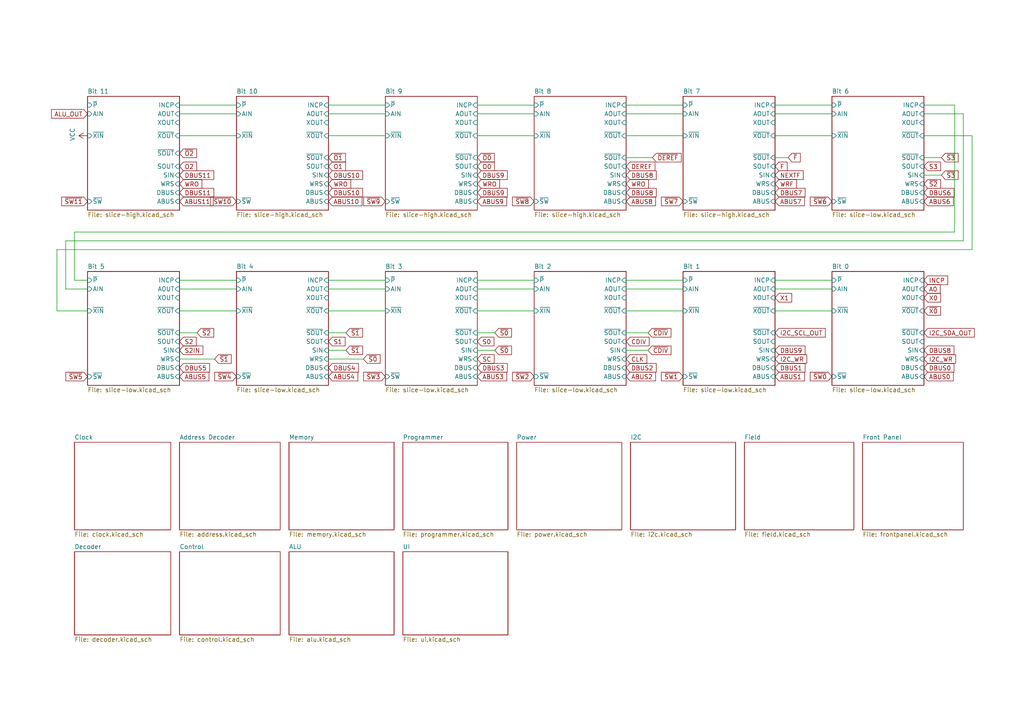
<source format=kicad_sch>
(kicad_sch (version 20211123) (generator eeschema)
  (paper "A4")
  (title_block (title "Q2 Computer") (date "2022-04-16") (rev "4c") (company "joewing.net"))
  (lib_symbols
    (symbol "power:VCC" (power) (pin_names (offset 0))
      (property "Value" "VCC" (at 0 3.81 0))
      (symbol "VCC_0_1"
        (polyline (pts (xy -0.762 1.27) (xy 0 2.54)))
        (polyline (pts (xy 0 0) (xy 0 2.54)))
        (polyline (pts (xy 0 2.54) (xy 0.762 1.27)))
      )
      (symbol "VCC_1_1"
        (pin power_in line (at 0 0 90) (length 0) hide (name "VCC") (number "1"))
      )
    )
  )
  (wire (pts (xy 224.79 81.28) (xy 241.3 81.28)))
  (wire (pts (xy 95.25 81.28) (xy 111.76 81.28)))
  (wire (pts (xy 19.05 69.85) (xy 279.4 69.85)))
  (wire (pts (xy 267.97 33.02) (xy 279.4 33.02)))
  (wire (pts (xy 154.94 90.17) (xy 138.43 90.17)))
  (wire (pts (xy 181.61 81.28) (xy 198.12 81.28)))
  (wire (pts (xy 198.12 83.82) (xy 181.61 83.82)))
  (wire (pts (xy 241.3 90.17) (xy 224.79 90.17)))
  (wire (pts (xy 241.3 39.37) (xy 224.79 39.37)))
  (wire (pts (xy 138.43 33.02) (xy 154.94 33.02)))
  (wire (pts (xy 111.76 90.17) (xy 95.25 90.17)))
  (wire (pts (xy 21.59 67.31) (xy 276.86 67.31)))
  (wire (pts (xy 62.23 104.14) (xy 52.07 104.14)))
  (wire (pts (xy 273.05 50.8) (xy 267.97 50.8)))
  (wire (pts (xy 154.94 83.82) (xy 138.43 83.82)))
  (wire (pts (xy 241.3 83.82) (xy 224.79 83.82)))
  (wire (pts (xy 154.94 39.37) (xy 138.43 39.37)))
  (wire (pts (xy 279.4 33.02) (xy 279.4 69.85)))
  (wire (pts (xy 105.41 104.14) (xy 95.25 104.14)))
  (wire (pts (xy 16.51 72.39) (xy 281.94 72.39)))
  (wire (pts (xy 100.33 101.6) (xy 95.25 101.6)))
  (wire (pts (xy 154.94 30.48) (xy 138.43 30.48)))
  (wire (pts (xy 189.23 45.72) (xy 181.61 45.72)))
  (wire (pts (xy 95.25 30.48) (xy 111.76 30.48)))
  (wire (pts (xy 181.61 30.48) (xy 198.12 30.48)))
  (wire (pts (xy 111.76 83.82) (xy 95.25 83.82)))
  (wire (pts (xy 19.05 83.82) (xy 19.05 69.85)))
  (wire (pts (xy 57.15 96.52) (xy 52.07 96.52)))
  (wire (pts (xy 228.6 45.72) (xy 224.79 45.72)))
  (wire (pts (xy 198.12 39.37) (xy 181.61 39.37)))
  (wire (pts (xy 187.96 96.52) (xy 181.61 96.52)))
  (wire (pts (xy 52.07 83.82) (xy 68.58 83.82)))
  (wire (pts (xy 68.58 33.02) (xy 52.07 33.02)))
  (wire (pts (xy 16.51 72.39) (xy 16.51 90.17)))
  (wire (pts (xy 143.51 101.6) (xy 138.43 101.6)))
  (wire (pts (xy 267.97 30.48) (xy 276.86 30.48)))
  (wire (pts (xy 273.05 45.72) (xy 267.97 45.72)))
  (wire (pts (xy 68.58 81.28) (xy 52.07 81.28)))
  (wire (pts (xy 52.07 30.48) (xy 68.58 30.48)))
  (wire (pts (xy 25.4 90.17) (xy 16.51 90.17)))
  (wire (pts (xy 68.58 90.17) (xy 52.07 90.17)))
  (wire (pts (xy 68.58 39.37) (xy 52.07 39.37)))
  (wire (pts (xy 25.4 81.28) (xy 21.59 81.28)))
  (wire (pts (xy 198.12 33.02) (xy 181.61 33.02)))
  (wire (pts (xy 224.79 33.02) (xy 241.3 33.02)))
  (wire (pts (xy 241.3 30.48) (xy 224.79 30.48)))
  (wire (pts (xy 267.97 39.37) (xy 281.94 39.37)))
  (wire (pts (xy 276.86 30.48) (xy 276.86 67.31)))
  (wire (pts (xy 111.76 39.37) (xy 95.25 39.37)))
  (wire (pts (xy 187.96 101.6) (xy 181.61 101.6)))
  (wire (pts (xy 138.43 81.28) (xy 154.94 81.28)))
  (wire (pts (xy 281.94 72.39) (xy 281.94 39.37)))
  (wire (pts (xy 25.4 83.82) (xy 19.05 83.82)))
  (wire (pts (xy 143.51 96.52) (xy 138.43 96.52)))
  (wire (pts (xy 21.59 81.28) (xy 21.59 67.31)))
  (wire (pts (xy 100.33 96.52) (xy 95.25 96.52)))
  (wire (pts (xy 198.12 90.17) (xy 181.61 90.17)))
  (wire (pts (xy 111.76 33.02) (xy 95.25 33.02)))
  (global_label "O2" (shape input) (at 52.07 48.26 0) (property "Intersheet References" "${INTERSHEET_REFS}" (effects hide)))
  (global_label "SC" (shape input) (at 138.43 104.14 0) (property "Intersheet References" "${INTERSHEET_REFS}" (effects hide)))
  (global_label "DBUS9" (shape input) (at 138.43 50.8 0) (property "Intersheet References" "${INTERSHEET_REFS}" (effects hide)))
  (global_label "~{CDIV}" (shape input) (at 187.96 96.52 0) (property "Intersheet References" "${INTERSHEET_REFS}" (effects hide)))
  (global_label "DBUS4" (shape input) (at 95.25 106.68 0) (property "Intersheet References" "${INTERSHEET_REFS}" (effects hide)))
  (global_label "ABUS6" (shape input) (at 267.97 58.42 0) (property "Intersheet References" "${INTERSHEET_REFS}" (effects hide)))
  (global_label "~{SW6}" (shape input) (at 241.3 58.42 180) (property "Intersheet References" "${INTERSHEET_REFS}" (effects hide)))
  (global_label "DBUS1" (shape input) (at 224.79 106.68 0) (property "Intersheet References" "${INTERSHEET_REFS}" (effects hide)))
  (global_label "DBUS2" (shape input) (at 181.61 106.68 0) (property "Intersheet References" "${INTERSHEET_REFS}" (effects hide)))
  (global_label "DBUS9" (shape input) (at 224.79 101.6 0) (property "Intersheet References" "${INTERSHEET_REFS}" (effects hide)))
  (global_label "S2" (shape input) (at 52.07 99.06 0) (property "Intersheet References" "${INTERSHEET_REFS}" (effects hide)))
  (global_label "ABUS11" (shape input) (at 52.07 58.42 0) (property "Intersheet References" "${INTERSHEET_REFS}" (effects hide)))
  (global_label "ABUS2" (shape input) (at 181.61 109.22 0) (property "Intersheet References" "${INTERSHEET_REFS}" (effects hide)))
  (global_label "DBUS11" (shape input) (at 52.07 55.88 0) (property "Intersheet References" "${INTERSHEET_REFS}" (effects hide)))
  (global_label "I2C_SDA_OUT" (shape input) (at 267.97 96.52 0) (property "Intersheet References" "${INTERSHEET_REFS}" (effects hide)))
  (global_label "DBUS7" (shape input) (at 224.79 55.88 0) (property "Intersheet References" "${INTERSHEET_REFS}" (effects hide)))
  (global_label "ABUS4" (shape input) (at 95.25 109.22 0) (property "Intersheet References" "${INTERSHEET_REFS}" (effects hide)))
  (global_label "DEREF" (shape input) (at 181.61 48.26 0) (property "Intersheet References" "${INTERSHEET_REFS}" (effects hide)))
  (global_label "~{S2}" (shape input) (at 57.15 96.52 0) (property "Intersheet References" "${INTERSHEET_REFS}" (effects hide)))
  (global_label "ABUS8" (shape input) (at 181.61 58.42 0) (property "Intersheet References" "${INTERSHEET_REFS}" (effects hide)))
  (global_label "DBUS8" (shape input) (at 181.61 50.8 0) (property "Intersheet References" "${INTERSHEET_REFS}" (effects hide)))
  (global_label "ABUS0" (shape input) (at 267.97 109.22 0) (property "Intersheet References" "${INTERSHEET_REFS}" (effects hide)))
  (global_label "I2C_SCL_OUT" (shape input) (at 224.79 96.52 0) (property "Intersheet References" "${INTERSHEET_REFS}" (effects hide)))
  (global_label "DBUS9" (shape input) (at 138.43 55.88 0) (property "Intersheet References" "${INTERSHEET_REFS}" (effects hide)))
  (global_label "DBUS8" (shape input) (at 267.97 101.6 0) (property "Intersheet References" "${INTERSHEET_REFS}" (effects hide)))
  (global_label "ABUS1" (shape input) (at 224.79 109.22 0) (property "Intersheet References" "${INTERSHEET_REFS}" (effects hide)))
  (global_label "DBUS10" (shape input) (at 95.25 50.8 0) (property "Intersheet References" "${INTERSHEET_REFS}" (effects hide)))
  (global_label "S2IN" (shape input) (at 52.07 101.6 0) (property "Intersheet References" "${INTERSHEET_REFS}" (effects hide)))
  (global_label "~{SW11}" (shape input) (at 25.4 58.42 180) (property "Intersheet References" "${INTERSHEET_REFS}" (effects hide)))
  (global_label "~{O1}" (shape input) (at 95.25 45.72 0) (property "Intersheet References" "${INTERSHEET_REFS}" (effects hide)))
  (global_label "~{S0}" (shape input) (at 143.51 101.6 0) (property "Intersheet References" "${INTERSHEET_REFS}" (effects hide)))
  (global_label "WRO" (shape input) (at 138.43 53.34 0) (property "Intersheet References" "${INTERSHEET_REFS}" (effects hide)))
  (global_label "~{S1}" (shape input) (at 100.33 96.52 0) (property "Intersheet References" "${INTERSHEET_REFS}" (effects hide)))
  (global_label "~{O2}" (shape input) (at 52.07 44.45 0) (property "Intersheet References" "${INTERSHEET_REFS}" (effects hide)))
  (global_label "~{S3}" (shape input) (at 273.05 50.8 0) (property "Intersheet References" "${INTERSHEET_REFS}" (effects hide)))
  (global_label "~{S1}" (shape input) (at 62.23 104.14 0) (property "Intersheet References" "${INTERSHEET_REFS}" (effects hide)))
  (global_label "~{CDIV}" (shape input) (at 187.96 101.6 0) (property "Intersheet References" "${INTERSHEET_REFS}" (effects hide)))
  (global_label "WRF" (shape input) (at 224.79 53.34 0) (property "Intersheet References" "${INTERSHEET_REFS}" (effects hide)))
  (global_label "NEXTF" (shape input) (at 224.79 50.8 0) (property "Intersheet References" "${INTERSHEET_REFS}" (effects hide)))
  (global_label "~{DEREF}" (shape input) (at 189.23 45.72 0) (property "Intersheet References" "${INTERSHEET_REFS}" (effects hide)))
  (global_label "~{SW7}" (shape input) (at 198.12 58.42 180) (property "Intersheet References" "${INTERSHEET_REFS}" (effects hide)))
  (global_label "DBUS8" (shape input) (at 181.61 55.88 0) (property "Intersheet References" "${INTERSHEET_REFS}" (effects hide)))
  (global_label "~{X0}" (shape input) (at 267.97 90.17 0) (property "Intersheet References" "${INTERSHEET_REFS}" (effects hide)))
  (global_label "~{SW8}" (shape input) (at 154.94 58.42 180) (property "Intersheet References" "${INTERSHEET_REFS}" (effects hide)))
  (global_label "~{S3}" (shape input) (at 273.05 45.72 0) (property "Intersheet References" "${INTERSHEET_REFS}" (effects hide)))
  (global_label "~{SW2}" (shape input) (at 154.94 109.22 180) (property "Intersheet References" "${INTERSHEET_REFS}" (effects hide)))
  (global_label "~{SW0}" (shape input) (at 241.3 109.22 180) (property "Intersheet References" "${INTERSHEET_REFS}" (effects hide)))
  (global_label "A0" (shape input) (at 267.97 83.82 0) (property "Intersheet References" "${INTERSHEET_REFS}" (effects hide)))
  (global_label "~{S2}" (shape input) (at 267.97 53.34 0) (property "Intersheet References" "${INTERSHEET_REFS}" (effects hide)))
  (global_label "X1" (shape input) (at 224.79 86.36 0) (property "Intersheet References" "${INTERSHEET_REFS}" (effects hide)))
  (global_label "I2C_WR" (shape input) (at 224.79 104.14 0) (property "Intersheet References" "${INTERSHEET_REFS}" (effects hide)))
  (global_label "CDIV" (shape input) (at 181.61 99.06 0) (property "Intersheet References" "${INTERSHEET_REFS}" (effects hide)))
  (global_label "S0" (shape input) (at 138.43 99.06 0) (property "Intersheet References" "${INTERSHEET_REFS}" (effects hide)))
  (global_label "WRO" (shape input) (at 95.25 53.34 0) (property "Intersheet References" "${INTERSHEET_REFS}" (effects hide)))
  (global_label "~{O0}" (shape input) (at 138.43 45.72 0) (property "Intersheet References" "${INTERSHEET_REFS}" (effects hide)))
  (global_label "F" (shape input) (at 224.79 48.26 0) (property "Intersheet References" "${INTERSHEET_REFS}" (effects hide)))
  (global_label "O1" (shape input) (at 95.25 48.26 0) (property "Intersheet References" "${INTERSHEET_REFS}" (effects hide)))
  (global_label "DBUS6" (shape input) (at 267.97 55.88 0) (property "Intersheet References" "${INTERSHEET_REFS}" (effects hide)))
  (global_label "S1" (shape input) (at 95.25 99.06 0) (property "Intersheet References" "${INTERSHEET_REFS}" (effects hide)))
  (global_label "~{F}" (shape input) (at 228.6 45.72 0) (property "Intersheet References" "${INTERSHEET_REFS}" (effects hide)))
  (global_label "INCP" (shape input) (at 267.97 81.28 0) (property "Intersheet References" "${INTERSHEET_REFS}" (effects hide)))
  (global_label "ABUS3" (shape input) (at 138.43 109.22 0) (property "Intersheet References" "${INTERSHEET_REFS}" (effects hide)))
  (global_label "~{SW5}" (shape input) (at 25.4 109.22 180) (property "Intersheet References" "${INTERSHEET_REFS}" (effects hide)))
  (global_label "X0" (shape input) (at 267.97 86.36 0) (property "Intersheet References" "${INTERSHEET_REFS}" (effects hide)))
  (global_label "DBUS10" (shape input) (at 95.25 55.88 0) (property "Intersheet References" "${INTERSHEET_REFS}" (effects hide)))
  (global_label "~{SW1}" (shape input) (at 198.12 109.22 180) (property "Intersheet References" "${INTERSHEET_REFS}" (effects hide)))
  (global_label "~{S0}" (shape input) (at 105.41 104.14 0) (property "Intersheet References" "${INTERSHEET_REFS}" (effects hide)))
  (global_label "WRO" (shape input) (at 181.61 53.34 0) (property "Intersheet References" "${INTERSHEET_REFS}" (effects hide)))
  (global_label "~{SW3}" (shape input) (at 111.76 109.22 180) (property "Intersheet References" "${INTERSHEET_REFS}" (effects hide)))
  (global_label "ABUS7" (shape input) (at 224.79 58.42 0) (property "Intersheet References" "${INTERSHEET_REFS}" (effects hide)))
  (global_label "~{S1}" (shape input) (at 100.33 101.6 0) (property "Intersheet References" "${INTERSHEET_REFS}" (effects hide)))
  (global_label "~{SW9}" (shape input) (at 111.76 58.42 180) (property "Intersheet References" "${INTERSHEET_REFS}" (effects hide)))
  (global_label "O0" (shape input) (at 138.43 48.26 0) (property "Intersheet References" "${INTERSHEET_REFS}" (effects hide)))
  (global_label "~{S0}" (shape input) (at 143.51 96.52 0) (property "Intersheet References" "${INTERSHEET_REFS}" (effects hide)))
  (global_label "ABUS9" (shape input) (at 138.43 58.42 0) (property "Intersheet References" "${INTERSHEET_REFS}" (effects hide)))
  (global_label "DBUS5" (shape input) (at 52.07 106.68 0) (property "Intersheet References" "${INTERSHEET_REFS}" (effects hide)))
  (global_label "ABUS10" (shape input) (at 95.25 58.42 0) (property "Intersheet References" "${INTERSHEET_REFS}" (effects hide)))
  (global_label "ALU_OUT" (shape input) (at 25.4 33.02 180) (property "Intersheet References" "${INTERSHEET_REFS}" (effects hide)))
  (global_label "DBUS3" (shape input) (at 138.43 106.68 0) (property "Intersheet References" "${INTERSHEET_REFS}" (effects hide)))
  (global_label "ABUS5" (shape input) (at 52.07 109.22 0) (property "Intersheet References" "${INTERSHEET_REFS}" (effects hide)))
  (global_label "~{SW10}" (shape input) (at 68.58 58.42 180) (property "Intersheet References" "${INTERSHEET_REFS}" (effects hide)))
  (global_label "DBUS11" (shape input) (at 52.07 50.8 0) (property "Intersheet References" "${INTERSHEET_REFS}" (effects hide)))
  (global_label "S3" (shape input) (at 267.97 48.26 0) (property "Intersheet References" "${INTERSHEET_REFS}" (effects hide)))
  (global_label "WRO" (shape input) (at 52.07 53.34 0) (property "Intersheet References" "${INTERSHEET_REFS}" (effects hide)))
  (global_label "DBUS0" (shape input) (at 267.97 106.68 0) (property "Intersheet References" "${INTERSHEET_REFS}" (effects hide)))
  (global_label "~{SW4}" (shape input) (at 68.58 109.22 180) (property "Intersheet References" "${INTERSHEET_REFS}" (effects hide)))
  (global_label "CLK" (shape input) (at 181.61 104.14 0) (property "Intersheet References" "${INTERSHEET_REFS}" (effects hide)))
  (global_label "I2C_WR" (shape input) (at 267.97 104.14 0) (property "Intersheet References" "${INTERSHEET_REFS}" (effects hide)))
  (symbol (lib_id "power:VCC") (at 25.4 39.37 90) (unit 1)
    (property "Reference" "#PWR01" (effects hide))
    (property "Value" "VCC" (at 21.0058 38.989 0))
  )
  (sheet (at 25.4 27.94) (size 26.67 33.02)
    (property "Sheet name" "Bit 11" (at 25.4 27.2284 0) (effects (justify left bottom)))
    (property "Sheet file" "slice-high.kicad_sch" (at 25.4 61.5446 0) (effects (justify left top)))
    (pin "SIN" input (at 52.07 50.8 0))
    (pin "WRS" input (at 52.07 53.34 0))
    (pin "SOUT" input (at 52.07 48.26 0))
    (pin "~{SOUT}" input (at 52.07 44.45 0))
    (pin "ABUS" input (at 52.07 58.42 0))
    (pin "DBUS" input (at 52.07 55.88 0))
    (pin "~{SW}" input (at 25.4 58.42 180))
    (pin "INCP" input (at 52.07 30.48 0))
    (pin "AIN" input (at 25.4 33.02 180))
    (pin "AOUT" input (at 52.07 33.02 0))
    (pin "~{XIN}" input (at 25.4 39.37 180))
    (pin "~{P}" input (at 25.4 30.48 180))
    (pin "~{XOUT}" input (at 52.07 39.37 0))
    (pin "XOUT" input (at 52.07 35.56 0))
  )
  (sheet (at 116.84 128.27) (size 30.48 25.4)
    (property "Sheet name" "Programmer" (at 116.84 127.5584 0) (effects (justify left bottom)))
    (property "Sheet file" "programmer.kicad_sch" (at 116.84 154.2546 0) (effects (justify left top)))
  )
  (sheet (at 68.58 27.94) (size 26.67 33.02)
    (property "Sheet name" "Bit 10" (at 68.58 27.2284 0) (effects (justify left bottom)))
    (property "Sheet file" "slice-high.kicad_sch" (at 68.58 61.5446 0) (effects (justify left top)))
    (pin "SIN" input (at 95.25 50.8 0))
    (pin "WRS" input (at 95.25 53.34 0))
    (pin "SOUT" input (at 95.25 48.26 0))
    (pin "~{SOUT}" input (at 95.25 45.72 0))
    (pin "ABUS" input (at 95.25 58.42 0))
    (pin "DBUS" input (at 95.25 55.88 0))
    (pin "~{SW}" input (at 68.58 58.42 180))
    (pin "INCP" input (at 95.25 30.48 0))
    (pin "AIN" input (at 68.58 33.02 180))
    (pin "AOUT" input (at 95.25 33.02 0))
    (pin "~{XIN}" input (at 68.58 39.37 180))
    (pin "~{P}" input (at 68.58 30.48 180))
    (pin "~{XOUT}" input (at 95.25 39.37 0))
    (pin "XOUT" input (at 95.25 35.56 0))
  )
  (sheet (at 116.84 160.02) (size 30.48 24.13)
    (property "Sheet name" "UI" (at 116.84 159.3084 0) (effects (justify left bottom)))
    (property "Sheet file" "ui.kicad_sch" (at 116.84 184.7346 0) (effects (justify left top)))
  )
  (sheet (at 111.76 27.94) (size 26.67 33.02)
    (property "Sheet name" "Bit 9" (at 111.76 27.2284 0) (effects (justify left bottom)))
    (property "Sheet file" "slice-high.kicad_sch" (at 111.76 61.5446 0) (effects (justify left top)))
    (pin "SIN" input (at 138.43 50.8 0))
    (pin "WRS" input (at 138.43 53.34 0))
    (pin "SOUT" input (at 138.43 48.26 0))
    (pin "~{SOUT}" input (at 138.43 45.72 0))
    (pin "ABUS" input (at 138.43 58.42 0))
    (pin "DBUS" input (at 138.43 55.88 0))
    (pin "~{SW}" input (at 111.76 58.42 180))
    (pin "INCP" input (at 138.43 30.48 0))
    (pin "AIN" input (at 111.76 33.02 180))
    (pin "AOUT" input (at 138.43 33.02 0))
    (pin "~{XIN}" input (at 111.76 39.37 180))
    (pin "~{P}" input (at 111.76 30.48 180))
    (pin "~{XOUT}" input (at 138.43 39.37 0))
    (pin "XOUT" input (at 138.43 35.56 0))
  )
  (sheet (at 154.94 27.94) (size 26.67 33.02)
    (property "Sheet name" "Bit 8" (at 154.94 27.2284 0) (effects (justify left bottom)))
    (property "Sheet file" "slice-high.kicad_sch" (at 154.94 61.5446 0) (effects (justify left top)))
    (pin "SIN" input (at 181.61 50.8 0))
    (pin "WRS" input (at 181.61 53.34 0))
    (pin "SOUT" input (at 181.61 48.26 0))
    (pin "~{SOUT}" input (at 181.61 45.72 0))
    (pin "ABUS" input (at 181.61 58.42 0))
    (pin "DBUS" input (at 181.61 55.88 0))
    (pin "~{SW}" input (at 154.94 58.42 180))
    (pin "INCP" input (at 181.61 30.48 0))
    (pin "AIN" input (at 154.94 33.02 180))
    (pin "AOUT" input (at 181.61 33.02 0))
    (pin "~{XIN}" input (at 154.94 39.37 180))
    (pin "~{P}" input (at 154.94 30.48 180))
    (pin "~{XOUT}" input (at 181.61 39.37 0))
    (pin "XOUT" input (at 181.61 35.56 0))
  )
  (sheet (at 198.12 27.94) (size 26.67 33.02)
    (property "Sheet name" "Bit 7" (at 198.12 27.2284 0) (effects (justify left bottom)))
    (property "Sheet file" "slice-high.kicad_sch" (at 198.12 61.5446 0) (effects (justify left top)))
    (pin "SIN" input (at 224.79 50.8 0))
    (pin "WRS" input (at 224.79 53.34 0))
    (pin "SOUT" input (at 224.79 48.26 0))
    (pin "~{SOUT}" input (at 224.79 45.72 0))
    (pin "ABUS" input (at 224.79 58.42 0))
    (pin "DBUS" input (at 224.79 55.88 0))
    (pin "~{SW}" input (at 198.12 58.42 180))
    (pin "INCP" input (at 224.79 30.48 0))
    (pin "AIN" input (at 198.12 33.02 180))
    (pin "AOUT" input (at 224.79 33.02 0))
    (pin "~{XIN}" input (at 198.12 39.37 180))
    (pin "~{P}" input (at 198.12 30.48 180))
    (pin "~{XOUT}" input (at 224.79 39.37 0))
    (pin "XOUT" input (at 224.79 35.56 0))
  )
  (sheet (at 68.58 78.74) (size 26.67 33.02)
    (property "Sheet name" "Bit 4" (at 68.58 78.0284 0) (effects (justify left bottom)))
    (property "Sheet file" "slice-low.kicad_sch" (at 68.58 112.3446 0) (effects (justify left top)))
    (pin "ABUS" input (at 95.25 109.22 0))
    (pin "DBUS" input (at 95.25 106.68 0))
    (pin "~{SW}" input (at 68.58 109.22 180))
    (pin "INCP" input (at 95.25 81.28 0))
    (pin "AIN" input (at 68.58 83.82 180))
    (pin "AOUT" input (at 95.25 83.82 0))
    (pin "~{XIN}" input (at 68.58 90.17 180))
    (pin "~{P}" input (at 68.58 81.28 180))
    (pin "~{XOUT}" input (at 95.25 90.17 0))
    (pin "XOUT" input (at 95.25 86.36 0))
    (pin "SIN" input (at 95.25 101.6 0))
    (pin "WRS" input (at 95.25 104.14 0))
    (pin "SOUT" input (at 95.25 99.06 0))
    (pin "~{SOUT}" input (at 95.25 96.52 0))
  )
  (sheet (at 111.76 78.74) (size 26.67 33.02)
    (property "Sheet name" "Bit 3" (at 111.76 78.0284 0) (effects (justify left bottom)))
    (property "Sheet file" "slice-low.kicad_sch" (at 111.76 112.3446 0) (effects (justify left top)))
    (pin "ABUS" input (at 138.43 109.22 0))
    (pin "DBUS" input (at 138.43 106.68 0))
    (pin "~{SW}" input (at 111.76 109.22 180))
    (pin "INCP" input (at 138.43 81.28 0))
    (pin "AIN" input (at 111.76 83.82 180))
    (pin "AOUT" input (at 138.43 83.82 0))
    (pin "~{XIN}" input (at 111.76 90.17 180))
    (pin "~{P}" input (at 111.76 81.28 180))
    (pin "~{XOUT}" input (at 138.43 90.17 0))
    (pin "XOUT" input (at 138.43 86.36 0))
    (pin "SIN" input (at 138.43 101.6 0))
    (pin "WRS" input (at 138.43 104.14 0))
    (pin "SOUT" input (at 138.43 99.06 0))
    (pin "~{SOUT}" input (at 138.43 96.52 0))
  )
  (sheet (at 154.94 78.74) (size 26.67 33.02)
    (property "Sheet name" "Bit 2" (at 154.94 78.0284 0) (effects (justify left bottom)))
    (property "Sheet file" "slice-low.kicad_sch" (at 154.94 112.3446 0) (effects (justify left top)))
    (pin "ABUS" input (at 181.61 109.22 0))
    (pin "DBUS" input (at 181.61 106.68 0))
    (pin "~{SW}" input (at 154.94 109.22 180))
    (pin "INCP" input (at 181.61 81.28 0))
    (pin "AIN" input (at 154.94 83.82 180))
    (pin "AOUT" input (at 181.61 83.82 0))
    (pin "~{XIN}" input (at 154.94 90.17 180))
    (pin "~{P}" input (at 154.94 81.28 180))
    (pin "~{XOUT}" input (at 181.61 90.17 0))
    (pin "XOUT" input (at 181.61 86.36 0))
    (pin "SIN" input (at 181.61 101.6 0))
    (pin "WRS" input (at 181.61 104.14 0))
    (pin "SOUT" input (at 181.61 99.06 0))
    (pin "~{SOUT}" input (at 181.61 96.52 0))
  )
  (sheet (at 198.12 78.74) (size 26.67 33.02)
    (property "Sheet name" "Bit 1" (at 198.12 78.0284 0) (effects (justify left bottom)))
    (property "Sheet file" "slice-low.kicad_sch" (at 198.12 112.3446 0) (effects (justify left top)))
    (pin "ABUS" input (at 224.79 109.22 0))
    (pin "DBUS" input (at 224.79 106.68 0))
    (pin "~{SW}" input (at 198.12 109.22 180))
    (pin "INCP" input (at 224.79 81.28 0))
    (pin "AIN" input (at 198.12 83.82 180))
    (pin "AOUT" input (at 224.79 83.82 0))
    (pin "~{XIN}" input (at 198.12 90.17 180))
    (pin "~{P}" input (at 198.12 81.28 180))
    (pin "~{XOUT}" input (at 224.79 90.17 0))
    (pin "XOUT" input (at 224.79 86.36 0))
    (pin "SIN" input (at 224.79 101.6 0))
    (pin "WRS" input (at 224.79 104.14 0))
    (pin "SOUT" input (at 224.79 99.06 0))
    (pin "~{SOUT}" input (at 224.79 96.52 0))
  )
  (sheet (at 241.3 78.74) (size 26.67 33.02)
    (property "Sheet name" "Bit 0" (at 241.3 78.0284 0) (effects (justify left bottom)))
    (property "Sheet file" "slice-low.kicad_sch" (at 241.3 112.3446 0) (effects (justify left top)))
    (pin "ABUS" input (at 267.97 109.22 0))
    (pin "DBUS" input (at 267.97 106.68 0))
    (pin "~{SW}" input (at 241.3 109.22 180))
    (pin "INCP" input (at 267.97 81.28 0))
    (pin "AIN" input (at 241.3 83.82 180))
    (pin "AOUT" input (at 267.97 83.82 0))
    (pin "~{XIN}" input (at 241.3 90.17 180))
    (pin "~{P}" input (at 241.3 81.28 180))
    (pin "~{XOUT}" input (at 267.97 90.17 0))
    (pin "XOUT" input (at 267.97 86.36 0))
    (pin "SIN" input (at 267.97 101.6 0))
    (pin "WRS" input (at 267.97 104.14 0))
    (pin "SOUT" input (at 267.97 99.06 0))
    (pin "~{SOUT}" input (at 267.97 96.52 0))
  )
  (sheet (at 21.59 128.27) (size 27.94 25.4)
    (property "Sheet name" "Clock" (at 21.59 127.5584 0) (effects (justify left bottom)))
    (property "Sheet file" "clock.kicad_sch" (at 21.59 154.2546 0) (effects (justify left top)))
  )
  (sheet (at 83.82 128.27) (size 30.48 25.4)
    (property "Sheet name" "Memory" (at 83.82 127.5584 0) (effects (justify left bottom)))
    (property "Sheet file" "memory.kicad_sch" (at 83.82 154.2546 0) (effects (justify left top)))
  )
  (sheet (at 149.86 128.27) (size 30.48 25.4)
    (property "Sheet name" "Power" (at 149.86 127.5584 0) (effects (justify left bottom)))
    (property "Sheet file" "power.kicad_sch" (at 149.86 154.2546 0) (effects (justify left top)))
  )
  (sheet (at 52.07 128.27) (size 29.21 25.4)
    (property "Sheet name" "Address Decoder" (at 52.07 127.5584 0) (effects (justify left bottom)))
    (property "Sheet file" "address.kicad_sch" (at 52.07 154.2546 0) (effects (justify left top)))
  )
  (sheet (at 182.88 128.27) (size 30.48 25.4)
    (property "Sheet name" "I2C" (at 182.88 127.5584 0) (effects (justify left bottom)))
    (property "Sheet file" "i2c.kicad_sch" (at 182.88 154.2546 0) (effects (justify left top)))
  )
  (sheet (at 21.59 160.02) (size 27.94 24.13)
    (property "Sheet name" "Decoder" (at 21.59 159.3084 0) (effects (justify left bottom)))
    (property "Sheet file" "decoder.kicad_sch" (at 21.59 184.7346 0) (effects (justify left top)))
  )
  (sheet (at 52.07 160.02) (size 29.21 24.13)
    (property "Sheet name" "Control" (at 52.07 159.3084 0) (effects (justify left bottom)))
    (property "Sheet file" "control.kicad_sch" (at 52.07 184.7346 0) (effects (justify left top)))
  )
  (sheet (at 250.19 128.27) (size 29.21 25.4)
    (property "Sheet name" "Front Panel" (at 250.19 127.5584 0) (effects (justify left bottom)))
    (property "Sheet file" "frontpanel.kicad_sch" (at 250.19 154.2546 0) (effects (justify left top)))
  )
  (sheet (at 83.82 160.02) (size 30.48 24.13)
    (property "Sheet name" "ALU" (at 83.82 159.3084 0) (effects (justify left bottom)))
    (property "Sheet file" "alu.kicad_sch" (at 83.82 184.7346 0) (effects (justify left top)))
  )
  (sheet (at 25.4 78.74) (size 26.67 33.02)
    (property "Sheet name" "Bit 5" (at 25.4 78.0284 0) (effects (justify left bottom)))
    (property "Sheet file" "slice-low.kicad_sch" (at 25.4 112.3446 0) (effects (justify left top)))
    (pin "ABUS" input (at 52.07 109.22 0))
    (pin "DBUS" input (at 52.07 106.68 0))
    (pin "~{SW}" input (at 25.4 109.22 180))
    (pin "INCP" input (at 52.07 81.28 0))
    (pin "AIN" input (at 25.4 83.82 180))
    (pin "AOUT" input (at 52.07 83.82 0))
    (pin "~{XIN}" input (at 25.4 90.17 180))
    (pin "~{P}" input (at 25.4 81.28 180))
    (pin "~{XOUT}" input (at 52.07 90.17 0))
    (pin "XOUT" input (at 52.07 86.36 0))
    (pin "SIN" input (at 52.07 101.6 0))
    (pin "WRS" input (at 52.07 104.14 0))
    (pin "SOUT" input (at 52.07 99.06 0))
    (pin "~{SOUT}" input (at 52.07 96.52 0))
  )
  (sheet (at 241.3 27.94) (size 26.67 33.02)
    (property "Sheet name" "Bit 6" (at 241.3 27.2284 0) (effects (justify left bottom)))
    (property "Sheet file" "slice-low.kicad_sch" (at 241.3 61.5446 0) (effects (justify left top)))
    (pin "ABUS" input (at 267.97 58.42 0))
    (pin "DBUS" input (at 267.97 55.88 0))
    (pin "~{SW}" input (at 241.3 58.42 180))
    (pin "INCP" input (at 267.97 30.48 0))
    (pin "AIN" input (at 241.3 33.02 180))
    (pin "AOUT" input (at 267.97 33.02 0))
    (pin "~{XIN}" input (at 241.3 39.37 180))
    (pin "~{P}" input (at 241.3 30.48 180))
    (pin "~{XOUT}" input (at 267.97 39.37 0))
    (pin "XOUT" input (at 267.97 35.56 0))
    (pin "SIN" input (at 267.97 50.8 0))
    (pin "WRS" input (at 267.97 53.34 0))
    (pin "SOUT" input (at 267.97 48.26 0))
    (pin "~{SOUT}" input (at 267.97 45.72 0))
  )
  (sheet (at 215.9 128.27) (size 31.75 25.4)
    (property "Sheet name" "Field" (at 215.9 127.5584 0) (effects (justify left bottom)))
    (property "Sheet file" "field.kicad_sch" (at 215.9 154.2546 0) (effects (justify left top)))
  )
)
</source>
